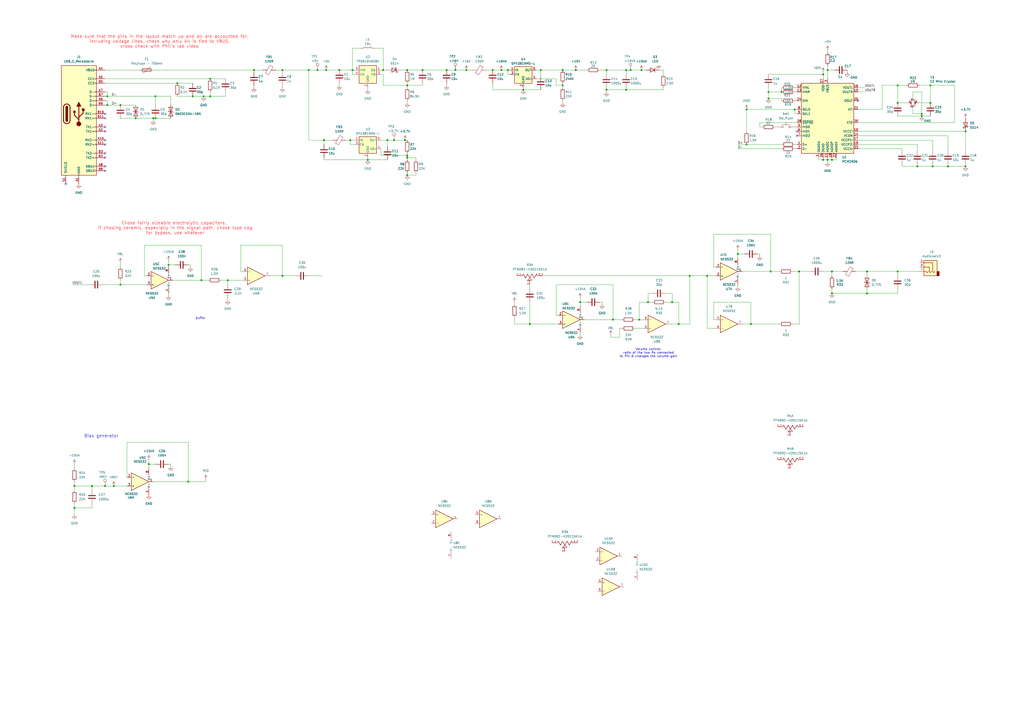
<source format=kicad_sch>
(kicad_sch (version 20250114) (generator "eeschema") (generator_version "9.0")
  (paper "A2")
  (text "Chose fairly sizeable electrolytic capacitors, \nif chosing ceramic, especially in the signal path, chose type cog\nfor bypass, use whatever" (at 101.6 132.334 0) (effects (font (size 1.778 1.778))))
  (text "buffer\n" (at 116.332 184.658 0) (effects (font (size 1.27 1.27))))
  (text "Bias generator \n" (at 59.436 252.984 0) (effects (font (size 1.778 1.778))))
  (text "Volume control, \nratio of the two Rs connected \nto Pin 6 changes the volume gain \n" (at 376.682 204.724 0) (effects (font (size 1.27 1.27))))
  (text "Make sure that the pins in the layout match up and all are accounted for, \nincluding voltage lines, check why only A4 is tied to VBUS, \ncross check with Phil's lab video \n" (at 93.218 24.13 0) (effects (font (size 1.778 1.778))))
  (junction (at 204.47 40.64))
  (junction (at 445.77 57.15))
  (junction (at 236.22 49.53))
  (junction (at 393.7 187.96))
  (junction (at 97.79 153.67))
  (junction (at 245.11 40.64))
  (junction (at 463.55 157.48))
  (junction (at 313.69 40.64))
  (junction (at 355.6 185.42))
  (junction (at 43.18 281.94))
  (junction (at 118.11 55.88))
  (junction (at 541.02 96.52))
  (junction (at 410.21 160.02))
  (junction (at 116.84 162.56))
  (junction (at 375.92 175.26))
  (junction (at 62.23 55.88))
  (junction (at 90.17 68.58))
  (junction (at 224.79 81.28))
  (junction (at 549.91 96.52))
  (junction (at 189.23 40.64))
  (junction (at 184.15 40.64))
  (junction (at 102.87 48.26))
  (junction (at 461.01 63.5))
  (junction (at 477.52 43.18))
  (junction (at 520.7 49.53))
  (junction (at 453.39 53.34))
  (junction (at 236.22 91.44))
  (junction (at 90.17 55.88))
  (junction (at 290.83 40.64))
  (junction (at 336.55 175.26))
  (junction (at 351.79 52.07))
  (junction (at 111.76 55.88))
  (junction (at 560.07 96.52))
  (junction (at 222.25 40.64))
  (junction (at 179.07 40.64))
  (junction (at 520.7 157.48))
  (junction (at 66.04 281.94))
  (junction (at 196.85 40.64))
  (junction (at 445.77 53.34))
  (junction (at 370.84 185.42))
  (junction (at 363.22 40.64))
  (junction (at 270.51 40.64))
  (junction (at 121.92 45.72))
  (junction (at 109.22 279.4))
  (junction (at 520.7 59.69))
  (junction (at 534.67 66.04))
  (junction (at 307.34 187.96))
  (junction (at 228.6 81.28))
  (junction (at 334.01 40.64))
  (junction (at 351.79 40.64))
  (junction (at 53.34 281.94))
  (junction (at 147.32 40.64))
  (junction (at 264.16 40.64))
  (junction (at 163.83 160.02))
  (junction (at 482.6 92.71))
  (junction (at 285.75 40.64))
  (junction (at 534.67 67.31))
  (junction (at 234.95 81.28))
  (junction (at 365.76 40.64))
  (junction (at 502.92 170.18))
  (junction (at 477.52 92.71))
  (junction (at 447.04 157.48))
  (junction (at 326.39 40.64))
  (junction (at 326.39 49.53))
  (junction (at 433.07 63.5))
  (junction (at 187.96 81.28))
  (junction (at 203.2 81.28))
  (junction (at 236.22 101.6))
  (junction (at 372.11 40.64))
  (junction (at 236.22 90.17))
  (junction (at 294.64 40.64))
  (junction (at 132.08 162.56))
  (junction (at 389.89 175.26))
  (junction (at 433.07 83.82))
  (junction (at 163.83 40.64))
  (junction (at 560.07 76.2))
  (junction (at 482.6 170.18))
  (junction (at 480.06 92.71))
  (junction (at 88.9 68.58))
  (junction (at 121.92 55.88))
  (junction (at 400.05 160.02))
  (junction (at 539.75 49.53))
  (junction (at 86.36 269.24))
  (junction (at 363.22 52.07))
  (junction (at 62.23 60.96))
  (junction (at 259.08 40.64))
  (junction (at 69.85 165.1))
  (junction (at 502.92 157.48))
  (junction (at 532.13 96.52))
  (junction (at 480.06 40.64))
  (junction (at 539.75 59.69))
  (junction (at 482.6 157.48))
  (junction (at 43.18 294.64))
  (junction (at 213.36 92.71))
  (junction (at 427.99 147.32))
  (junction (at 78.74 68.58))
  (junction (at 435.61 187.96))
  (junction (at 303.53 52.07))
  (junction (at 69.85 60.96))
  (junction (at 60.96 281.94))
  (junction (at 236.22 40.64))
  (no_connect (at 60.96 66.04))
  (no_connect (at 60.96 96.52))
  (no_connect (at 462.28 76.2))
  (no_connect (at 38.1 106.68))
  (no_connect (at 60.96 99.06))
  (no_connect (at 60.96 76.2))
  (no_connect (at 60.96 73.66))
  (no_connect (at 60.96 88.9))
  (no_connect (at 60.96 68.58))
  (no_connect (at 60.96 81.28))
  (no_connect (at 60.96 83.82))
  (no_connect (at 462.28 78.74))
  (no_connect (at 60.96 91.44))
  (no_connect (at 497.84 58.42))
  (wire (pts (xy 355.6 185.42) (xy 360.68 185.42)))
  (wire (pts (xy 109.22 256.54) (xy 109.22 279.4)))
  (wire (pts (xy 511.81 49.53) (xy 520.7 49.53)))
  (wire (pts (xy 88.9 40.64) (xy 147.32 40.64)))
  (wire (pts (xy 139.7 157.48) (xy 139.7 142.24)))
  (wire (pts (xy 532.13 59.69) (xy 539.75 59.69)))
  (wire (pts (xy 368.3 185.42) (xy 370.84 185.42)))
  (wire (pts (xy 389.89 175.26) (xy 393.7 175.26)))
  (wire (pts (xy 163.83 40.64) (xy 163.83 41.91)))
  (wire (pts (xy 53.34 281.94) (xy 53.34 284.48)))
  (wire (pts (xy 463.55 157.48) (xy 469.9 157.48)))
  (wire (pts (xy 99.06 270.51) (xy 99.06 269.24)))
  (wire (pts (xy 241.3 101.6) (xy 241.3 100.33)))
  (wire (pts (xy 313.69 52.07) (xy 303.53 52.07)))
  (wire (pts (xy 97.79 153.67) (xy 97.79 154.94)))
  (wire (pts (xy 549.91 95.25) (xy 549.91 96.52)))
  (wire (pts (xy 560.07 96.52) (xy 560.07 95.25)))
  (wire (pts (xy 62.23 55.88) (xy 90.17 55.88)))
  (wire (pts (xy 53.34 292.1) (xy 53.34 294.64)))
  (wire (pts (xy 313.69 40.64) (xy 326.39 40.64)))
  (wire (pts (xy 461.01 83.82) (xy 462.28 83.82)))
  (wire (pts (xy 116.84 142.24) (xy 83.82 142.24)))
  (wire (pts (xy 523.24 95.25) (xy 523.24 96.52)))
  (wire (pts (xy 482.6 157.48) (xy 482.6 160.02)))
  (wire (pts (xy 163.83 50.8) (xy 163.83 49.53)))
  (wire (pts (xy 440.69 147.32) (xy 440.69 148.59)))
  (wire (pts (xy 462.28 63.5) (xy 461.01 63.5)))
  (wire (pts (xy 462.28 71.12) (xy 440.69 71.12)))
  (wire (pts (xy 298.45 175.26) (xy 298.45 176.53)))
  (wire (pts (xy 414.02 185.42) (xy 414.02 175.26)))
  (wire (pts (xy 410.21 160.02) (xy 415.29 160.02)))
  (wire (pts (xy 184.15 40.64) (xy 189.23 40.64)))
  (wire (pts (xy 111.76 55.88) (xy 118.11 55.88)))
  (wire (pts (xy 187.96 81.28) (xy 179.07 81.28)))
  (wire (pts (xy 307.34 187.96) (xy 323.85 187.96)))
  (wire (pts (xy 236.22 48.26) (xy 236.22 49.53)))
  (wire (pts (xy 97.79 153.67) (xy 101.6 153.67)))
  (wire (pts (xy 60.96 40.64) (xy 81.28 40.64)))
  (wire (pts (xy 477.52 92.71) (xy 480.06 92.71)))
  (wire (pts (xy 400.05 187.96) (xy 393.7 187.96)))
  (wire (pts (xy 363.22 50.8) (xy 363.22 52.07)))
  (wire (pts (xy 313.69 40.64) (xy 313.69 44.45)))
  (wire (pts (xy 363.22 52.07) (xy 384.81 52.07)))
  (wire (pts (xy 534.67 53.34) (xy 534.67 66.04)))
  (wire (pts (xy 480.06 93.98) (xy 480.06 92.71)))
  (wire (pts (xy 427.99 86.36) (xy 453.39 86.36)))
  (wire (pts (xy 359.41 190.5) (xy 359.41 195.58)))
  (wire (pts (xy 222.25 43.18) (xy 222.25 49.53)))
  (wire (pts (xy 435.61 175.26) (xy 435.61 187.96)))
  (wire (pts (xy 236.22 58.42) (xy 236.22 59.69)))
  (wire (pts (xy 232.41 40.64) (xy 236.22 40.64)))
  (wire (pts (xy 539.75 49.53) (xy 539.75 59.69)))
  (wire (pts (xy 121.92 55.88) (xy 118.11 55.88)))
  (wire (pts (xy 375.92 170.18) (xy 375.92 175.26)))
  (wire (pts (xy 480.06 38.1) (xy 480.06 40.64)))
  (wire (pts (xy 336.55 175.26) (xy 336.55 177.8)))
  (wire (pts (xy 461.01 63.5) (xy 433.07 63.5)))
  (wire (pts (xy 532.13 87.63) (xy 532.13 83.82)))
  (wire (pts (xy 482.6 92.71) (xy 480.06 92.71)))
  (wire (pts (xy 99.06 55.88) (xy 90.17 55.88)))
  (wire (pts (xy 497.84 83.82) (xy 532.13 83.82)))
  (wire (pts (xy 347.98 175.26) (xy 349.25 175.26)))
  (wire (pts (xy 384.81 40.64) (xy 382.27 40.64)))
  (wire (pts (xy 326.39 59.69) (xy 326.39 58.42)))
  (wire (pts (xy 236.22 101.6) (xy 241.3 101.6)))
  (wire (pts (xy 204.47 40.64) (xy 205.74 40.64)))
  (wire (pts (xy 307.34 165.1) (xy 307.34 167.64)))
  (wire (pts (xy 90.17 68.58) (xy 99.06 68.58)))
  (wire (pts (xy 393.7 175.26) (xy 393.7 187.96)))
  (wire (pts (xy 388.62 187.96) (xy 393.7 187.96)))
  (wire (pts (xy 322.58 49.53) (xy 326.39 49.53)))
  (wire (pts (xy 62.23 53.34) (xy 62.23 55.88)))
  (wire (pts (xy 147.32 41.91) (xy 147.32 40.64)))
  (wire (pts (xy 43.18 292.1) (xy 43.18 294.64)))
  (wire (pts (xy 482.6 157.48) (xy 488.95 157.48)))
  (wire (pts (xy 311.15 45.72) (xy 322.58 45.72)))
  (wire (pts (xy 236.22 91.44) (xy 236.22 92.71)))
  (wire (pts (xy 322.58 165.1) (xy 355.6 165.1)))
  (wire (pts (xy 97.79 151.13) (xy 97.79 153.67)))
  (wire (pts (xy 116.84 162.56) (xy 120.65 162.56)))
  (wire (pts (xy 228.6 81.28) (xy 234.95 81.28)))
  (wire (pts (xy 461.01 50.8) (xy 462.28 50.8)))
  (wire (pts (xy 69.85 165.1) (xy 69.85 162.56)))
  (wire (pts (xy 102.87 48.26) (xy 111.76 48.26)))
  (wire (pts (xy 427.99 147.32) (xy 427.99 149.86)))
  (wire (pts (xy 86.36 269.24) (xy 90.17 269.24)))
  (wire (pts (xy 474.98 91.44) (xy 474.98 92.71)))
  (wire (pts (xy 374.65 40.64) (xy 372.11 40.64)))
  (wire (pts (xy 147.32 40.64) (xy 152.4 40.64)))
  (wire (pts (xy 549.91 87.63) (xy 549.91 78.74)))
  (wire (pts (xy 311.15 40.64) (xy 313.69 40.64)))
  (wire (pts (xy 351.79 52.07) (xy 363.22 52.07)))
  (wire (pts (xy 439.42 147.32) (xy 440.69 147.32)))
  (wire (pts (xy 463.55 157.48) (xy 463.55 187.96)))
  (wire (pts (xy 541.02 87.63) (xy 541.02 81.28)))
  (wire (pts (xy 236.22 49.53) (xy 245.11 49.53)))
  (wire (pts (xy 355.6 165.1) (xy 355.6 185.42)))
  (wire (pts (xy 351.79 52.07) (xy 351.79 50.8)))
  (wire (pts (xy 427.99 144.78) (xy 427.99 147.32)))
  (wire (pts (xy 307.34 175.26) (xy 307.34 187.96)))
  (wire (pts (xy 222.25 40.64) (xy 220.98 40.64)))
  (wire (pts (xy 163.83 40.64) (xy 179.07 40.64)))
  (wire (pts (xy 295.91 43.18) (xy 294.64 43.18)))
  (wire (pts (xy 414.02 135.89) (xy 414.02 154.94)))
  (wire (pts (xy 445.77 50.8) (xy 445.77 53.34)))
  (wire (pts (xy 156.21 160.02) (xy 163.83 160.02)))
  (wire (pts (xy 285.75 40.64) (xy 290.83 40.64)))
  (wire (pts (xy 179.07 160.02) (xy 186.69 160.02)))
  (wire (pts (xy 349.25 175.26) (xy 349.25 176.53)))
  (wire (pts (xy 462.28 66.04) (xy 461.01 66.04)))
  (wire (pts (xy 445.77 43.18) (xy 477.52 43.18)))
  (wire (pts (xy 62.23 58.42) (xy 62.23 60.96)))
  (wire (pts (xy 453.39 50.8) (xy 453.39 53.34)))
  (wire (pts (xy 430.53 187.96) (xy 435.61 187.96)))
  (wire (pts (xy 553.72 71.12) (xy 553.72 49.53)))
  (wire (pts (xy 378.46 175.26) (xy 375.92 175.26)))
  (wire (pts (xy 179.07 81.28) (xy 179.07 40.64)))
  (wire (pts (xy 121.92 55.88) (xy 130.81 55.88)))
  (wire (pts (xy 533.4 49.53) (xy 539.75 49.53)))
  (wire (pts (xy 534.67 66.04) (xy 529.59 66.04)))
  (wire (pts (xy 224.79 81.28) (xy 228.6 81.28)))
  (wire (pts (xy 520.7 167.64) (xy 520.7 170.18)))
  (wire (pts (xy 204.47 43.18) (xy 204.47 40.64)))
  (wire (pts (xy 41.91 165.1) (xy 52.07 165.1)))
  (wire (pts (xy 427.99 83.82) (xy 433.07 83.82)))
  (wire (pts (xy 196.85 40.64) (xy 204.47 40.64)))
  (wire (pts (xy 236.22 40.64) (xy 245.11 40.64)))
  (wire (pts (xy 90.17 68.58) (xy 88.9 68.58)))
  (wire (pts (xy 102.87 55.88) (xy 111.76 55.88)))
  (wire (pts (xy 435.61 187.96) (xy 452.12 187.96)))
  (wire (pts (xy 121.92 45.72) (xy 130.81 45.72)))
  (wire (pts (xy 298.45 187.96) (xy 307.34 187.96)))
  (wire (pts (xy 88.9 279.4) (xy 109.22 279.4)))
  (wire (pts (xy 351.79 40.64) (xy 351.79 43.18)))
  (wire (pts (xy 83.82 142.24) (xy 83.82 160.02)))
  (wire (pts (xy 502.92 157.48) (xy 502.92 160.02)))
  (wire (pts (xy 386.08 170.18) (xy 389.89 170.18)))
  (wire (pts (xy 477.52 157.48) (xy 482.6 157.48)))
  (wire (pts (xy 496.57 157.48) (xy 502.92 157.48)))
  (wire (pts (xy 477.52 43.18) (xy 477.52 45.72)))
  (wire (pts (xy 433.07 63.5) (xy 433.07 76.2)))
  (wire (pts (xy 525.78 49.53) (xy 520.7 49.53)))
  (wire (pts (xy 294.64 40.64) (xy 295.91 40.64)))
  (wire (pts (xy 220.98 43.18) (xy 222.25 43.18)))
  (wire (pts (xy 322.58 182.88) (xy 322.58 165.1)))
  (wire (pts (xy 339.09 185.42) (xy 355.6 185.42)))
  (wire (pts (xy 529.59 53.34) (xy 529.59 57.15)))
  (wire (pts (xy 539.75 49.53) (xy 553.72 49.53)))
  (wire (pts (xy 485.14 92.71) (xy 482.6 92.71)))
  (wire (pts (xy 359.41 195.58) (xy 354.33 195.58)))
  (wire (pts (xy 336.55 194.31) (xy 336.55 193.04)))
  (wire (pts (xy 378.46 170.18) (xy 375.92 170.18)))
  (wire (pts (xy 323.85 182.88) (xy 322.58 182.88)))
  (wire (pts (xy 520.7 67.31) (xy 534.67 67.31)))
  (wire (pts (xy 445.77 53.34) (xy 453.39 53.34)))
  (wire (pts (xy 389.89 170.18) (xy 389.89 175.26)))
  (wire (pts (xy 447.04 135.89) (xy 414.02 135.89)))
  (wire (pts (xy 205.74 43.18) (xy 204.47 43.18)))
  (wire (pts (xy 187.96 92.71) (xy 213.36 92.71)))
  (wire (pts (xy 241.3 92.71) (xy 241.3 91.44)))
  (wire (pts (xy 415.29 190.5) (xy 410.21 190.5)))
  (wire (pts (xy 60.96 60.96) (xy 62.23 60.96)))
  (wire (pts (xy 453.39 57.15) (xy 445.77 57.15)))
  (wire (pts (xy 139.7 157.48) (xy 140.97 157.48)))
  (wire (pts (xy 213.36 92.71) (xy 213.36 91.44)))
  (wire (pts (xy 60.96 48.26) (xy 102.87 48.26)))
  (wire (pts (xy 60.96 58.42) (xy 62.23 58.42)))
  (wire (pts (xy 303.53 52.07) (xy 303.53 50.8)))
  (wire (pts (xy 497.84 71.12) (xy 553.72 71.12)))
  (wire (pts (xy 66.04 281.94) (xy 73.66 281.94)))
  (wire (pts (xy 224.79 81.28) (xy 224.79 85.09)))
  (wire (pts (xy 259.08 48.26) (xy 259.08 49.53)))
  (wire (pts (xy 110.49 153.67) (xy 110.49 154.94)))
  (wire (pts (xy 427.99 147.32) (xy 431.8 147.32)))
  (wire (pts (xy 497.84 86.36) (xy 523.24 86.36)))
  (wire (pts (xy 474.98 92.71) (xy 477.52 92.71)))
  (wire (pts (xy 480.06 92.71) (xy 480.06 91.44)))
  (wire (pts (xy 523.24 87.63) (xy 523.24 86.36)))
  (wire (pts (xy 354.33 195.58) (xy 354.33 194.31)))
  (wire (pts (xy 236.22 90.17) (xy 236.22 91.44)))
  (wire (pts (xy 285.75 52.07) (xy 303.53 52.07)))
  (wire (pts (xy 453.39 58.42) (xy 453.39 57.15)))
  (wire (pts (xy 203.2 83.82) (xy 203.2 81.28)))
  (wire (pts (xy 100.33 162.56) (xy 116.84 162.56)))
  (wire (pts (xy 69.85 60.96) (xy 78.74 60.96)))
  (wire (pts (xy 322.58 45.72) (xy 322.58 49.53)))
  (wire (pts (xy 73.66 256.54) (xy 73.66 276.86)))
  (wire (pts (xy 69.85 68.58) (xy 78.74 68.58)))
  (wire (pts (xy 480.06 40.64) (xy 483.87 40.64)))
  (wire (pts (xy 43.18 294.64) (xy 43.18 298.45)))
  (wire (pts (xy 365.76 40.64) (xy 372.11 40.64)))
  (wire (pts (xy 359.41 190.5) (xy 360.68 190.5)))
  (wire (pts (xy 236.22 101.6) (xy 236.22 100.33)))
  (wire (pts (xy 520.7 49.53) (xy 520.7 59.69)))
  (wire (pts (xy 520.7 157.48) (xy 533.4 157.48)))
  (wire (pts (xy 351.79 53.34) (xy 351.79 52.07)))
  (wire (pts (xy 109.22 153.67) (xy 110.49 153.67)))
  (wire (pts (xy 86.36 269.24) (xy 86.36 271.78)))
  (wire (pts (xy 368.3 190.5) (xy 373.38 190.5)))
  (wire (pts (xy 109.22 256.54) (xy 73.66 256.54)))
  (wire (pts (xy 440.69 73.66) (xy 441.96 73.66)))
  (wire (pts (xy 97.79 171.45) (xy 97.79 170.18)))
  (wire (pts (xy 430.53 157.48) (xy 447.04 157.48)))
  (wire (pts (xy 69.85 165.1) (xy 85.09 165.1)))
  (wire (pts (xy 400.05 160.02) (xy 410.21 160.02)))
  (wire (pts (xy 363.22 40.64) (xy 365.76 40.64)))
  (wire (pts (xy 461.01 58.42) (xy 462.28 58.42)))
  (wire (pts (xy 60.96 45.72) (xy 121.92 45.72)))
  (wire (pts (xy 447.04 157.48) (xy 447.04 135.89)))
  (wire (pts (xy 541.02 96.52) (xy 549.91 96.52)))
  (wire (pts (xy 132.08 162.56) (xy 140.97 162.56)))
  (wire (pts (xy 482.6 91.44) (xy 482.6 92.71)))
  (wire (pts (xy 363.22 40.64) (xy 363.22 43.18)))
  (wire (pts (xy 90.17 55.88) (xy 90.17 60.96)))
  (wire (pts (xy 220.98 90.17) (xy 236.22 90.17)))
  (wire (pts (xy 427.99 166.37) (xy 427.99 165.1)))
  (wire (pts (xy 59.69 165.1) (xy 69.85 165.1)))
  (wire (pts (xy 336.55 175.26) (xy 340.36 175.26)))
  (wire (pts (xy 497.84 81.28) (xy 541.02 81.28)))
  (wire (pts (xy 477.52 91.44) (xy 477.52 92.71)))
  (wire (pts (xy 520.7 59.69) (xy 527.05 59.69)))
  (wire (pts (xy 109.22 279.4) (xy 119.38 279.4)))
  (wire (pts (xy 88.9 68.58) (xy 88.9 69.85)))
  (wire (pts (xy 234.95 81.28) (xy 236.22 81.28)))
  (wire (pts (xy 128.27 162.56) (xy 132.08 162.56)))
  (wire (pts (xy 53.34 294.64) (xy 43.18 294.64)))
  (wire (pts (xy 187.96 92.71) (xy 187.96 91.44)))
  (wire (pts (xy 497.84 53.34) (xy 501.65 53.34)))
  (wire (pts (xy 205.74 83.82) (xy 203.2 83.82)))
  (wire (pts (xy 53.34 281.94) (xy 60.96 281.94)))
  (wire (pts (xy 132.08 172.72) (xy 132.08 173.99)))
  (wire (pts (xy 370.84 175.26) (xy 370.84 185.42)))
  (wire (pts (xy 132.08 162.56) (xy 132.08 165.1)))
  (wire (pts (xy 121.92 55.88) (xy 121.92 53.34)))
  (wire (pts (xy 447.04 157.48) (xy 452.12 157.48)))
  (wire (pts (xy 241.3 91.44) (xy 236.22 91.44)))
  (wire (pts (xy 461.01 53.34) (xy 462.28 53.34)))
  (wire (pts (xy 482.6 170.18) (xy 482.6 167.64)))
  (wire (pts (xy 213.36 52.07) (xy 213.36 50.8)))
  (wire (pts (xy 370.84 185.42) (xy 373.38 185.42)))
  (wire (pts (xy 351.79 40.64) (xy 363.22 40.64)))
  (wire (pts (xy 336.55 172.72) (xy 336.55 175.26)))
  (wire (pts (xy 414.02 154.94) (xy 415.29 154.94)))
  (wire (pts (xy 99.06 60.96) (xy 99.06 55.88)))
  (wire (pts (xy 193.04 81.28) (xy 187.96 81.28)))
  (wire (pts (xy 60.96 53.34) (xy 62.23 53.34)))
  (wire (pts (xy 179.07 40.64) (xy 184.15 40.64)))
  (wire (pts (xy 86.36 266.7) (xy 86.36 269.24)))
  (wire (pts (xy 43.18 281.94) (xy 43.18 284.48)))
  (wire (pts (xy 497.84 76.2) (xy 560.07 76.2)))
  (wire (pts (xy 213.36 92.71) (xy 224.79 92.71)))
  (wire (pts (xy 433.07 83.82) (xy 453.39 83.82)))
  (wire (pts (xy 485.14 91.44) (xy 485.14 92.71)))
  (wire (pts (xy 264.16 40.64) (xy 270.51 40.64)))
  (wire (pts (xy 236.22 49.53) (xy 236.22 50.8)))
  (wire (pts (xy 400.05 160.02) (xy 400.05 187.96)))
  (wire (pts (xy 78.74 68.58) (xy 88.9 68.58)))
  (wire (pts (xy 384.81 50.8) (xy 384.81 52.07)))
  (wire (pts (xy 119.38 279.4) (xy 119.38 278.13)))
  (wire (pts (xy 270.51 40.64) (xy 274.32 40.64)))
  (wire (pts (xy 375.92 175.26) (xy 370.84 175.26)))
  (wire (pts (xy 549.91 96.52) (xy 560.07 96.52)))
  (wire (pts (xy 534.67 67.31) (xy 534.67 66.04)))
  (wire (pts (xy 497.84 50.8) (xy 501.65 50.8)))
  (wire (pts (xy 196.85 49.53) (xy 196.85 48.26)))
  (wire (pts (xy 99.06 269.24) (xy 97.79 269.24)))
  (wire (pts (xy 69.85 152.4) (xy 69.85 154.94)))
  (wire (pts (xy 502.92 157.48) (xy 520.7 157.48)))
  (wire (pts (xy 326.39 40.64) (xy 334.01 40.64)))
  (wire (pts (xy 130.81 55.88) (xy 130.81 53.34)))
  (wire (pts (xy 285.75 48.26) (xy 285.75 52.07)))
  (wire (pts (xy 334.01 40.64) (xy 340.36 40.64)))
  (wire (pts (xy 347.98 40.64) (xy 351.79 40.64)))
  (wire (pts (xy 415.29 185.42) (xy 414.02 185.42)))
  (wire (pts (xy 520.7 157.48) (xy 520.7 160.02)))
  (wire (pts (xy 449.58 73.66) (xy 450.85 73.66)))
  (wire (pts (xy 62.23 60.96) (xy 69.85 60.96)))
  (wire (pts (xy 163.83 142.24) (xy 163.83 160.02)))
  (wire (pts (xy 534.67 67.31) (xy 539.75 67.31)))
  (wire (pts (xy 290.83 40.64) (xy 294.64 40.64)))
  (wire (pts (xy 43.18 281.94) (xy 53.34 281.94)))
  (wire (pts (xy 410.21 160.02) (xy 410.21 190.5)))
  (wire (pts (xy 60.96 281.94) (xy 66.04 281.94)))
  (wire (pts (xy 326.39 49.53) (xy 326.39 50.8)))
  (wire (pts (xy 236.22 88.9) (xy 236.22 90.17)))
  (wire (pts (xy 491.49 41.91) (xy 491.49 40.64)))
  (wire (pts (xy 203.2 81.28) (xy 205.74 81.28)))
  (wire (pts (xy 298.45 184.15) (xy 298.45 187.96)))
  (wire (pts (xy 414.02 175.26) (xy 435.61 175.26)))
  (wire (pts (xy 187.96 81.28) (xy 187.96 83.82)))
  (wire (pts (xy 326.39 48.26) (xy 326.39 49.53)))
  (wire (pts (xy 294.64 43.18) (xy 294.64 40.64)))
  (wire (pts (xy 461.01 66.04) (xy 461.01 63.5)))
  (wire (pts (xy 523.24 96.52) (xy 532.13 96.52)))
  (wire (pts (xy 511.81 63.5) (xy 497.84 63.5)))
  (wire (pts (xy 477.52 41.91) (xy 477.52 43.18)))
  (wire (pts (xy 560.07 76.2) (xy 560.07 87.63)))
  (wire (pts (xy 200.66 81.28) (xy 203.2 81.28)))
  (wire (pts (xy 461.01 86.36) (xy 462.28 86.36)))
  (wire (pts (xy 163.83 160.02) (xy 171.45 160.02)))
  (wire (pts (xy 220.98 81.28) (xy 224.79 81.28)))
  (wire (pts (xy 43.18 269.24) (xy 43.18 271.78)))
  (wire (pts (xy 160.02 40.64) (xy 163.83 40.64)))
  (wire (pts (xy 189.23 40.64) (xy 196.85 40.64)))
  (wire (pts (xy 139.7 142.24) (xy 163.83 142.24)))
  (wire (pts (xy 459.74 157.48) (xy 463.55 157.48)))
  (wire (pts (xy 60.96 55.88) (xy 62.23 55.88)))
  (wire (pts (xy 384.81 43.18) (xy 384.81 40.64)))
  (wire (pts (xy 147.32 50.8) (xy 147.32 49.53)))
  (wire (pts (xy 222.25 40.64) (xy 224.79 40.64)))
  (wire (pts (xy 281.94 40.64) (xy 285.75 40.64)))
  (wire (pts (xy 259.08 40.64) (xy 264.16 40.64)))
  (wire (pts (xy 541.02 95.25) (xy 541.02 96.52)))
  (wire (pts (xy 461.01 73.66) (xy 462.28 73.66)))
  (wire (pts (xy 314.96 160.02) (xy 400.05 160.02)))
  (wire (pts (xy 245.11 48.26) (xy 245.11 49.53)))
  (wire (pts (xy 209.55 27.94) (xy 204.47 27.94)))
  (wire (pts (xy 204.47 27.94) (xy 204.47 40.64)))
  (wire (pts (xy 222.25 27.94) (xy 222.25 40.64)))
  (wire (pts (xy 220.98 86.36) (xy 220.98 90.17)))
  (wire (pts (xy 532.13 96.52) (xy 541.02 96.52)))
  (wire (pts (xy 482.6 170.18) (xy 502.92 170.18)))
  (wire (pts (xy 459.74 187.96) (xy 463.55 187.96)))
  (wire (pts (xy 529.59 53.34) (xy 534.67 53.34)))
  (wire (pts (xy 511.81 49.53) (xy 511.81 63.5)))
  (wire (pts (xy 217.17 27.94) (xy 222.25 27.94)))
  (wire (pts (xy 529.59 62.23) (xy 529.59 66.04)))
  (wire (pts (xy 43.18 279.4) (xy 43.18 281.94)))
  (wire (pts (xy 222.25 49.53) (xy 236.22 49.53)))
  (wire (pts (xy 440.69 71.12) (xy 440.69 73.66)))
  (wire (pts (xy 386.08 175.26) (xy 389.89 175.26)))
  (wire (pts (xy 502.92 167.64) (xy 502.92 170.18)))
  (wire (pts (xy 83.82 160.02) (xy 85.09 160.02)))
  (wire (pts (xy 480.06 30.48) (xy 480.06 29.21)))
  (wire (pts (xy 445.77 53.34) (xy 445.77 57.15)))
  (wire (pts (xy 116.84 162.56) (xy 116.84 142.24)))
  (wire (pts (xy 245.11 40.64) (xy 259.08 40.64)))
  (wire (pts (xy 480.06 40.64) (xy 480.06 45.72)))
  (wire (pts (xy 497.84 78.74) (xy 549.91 78.74)))
  (wire (pts (xy 520.7 170.18) (xy 502.92 170.18)))
  (wire (pts (xy 532.13 95.25) (xy 532.13 96.52)))
  (label "D+" (at 427.99 83.82 0))
  (label "D-" (at 427.99 86.36 0))
  (label "D-" (at 64.77 55.88 0))
  (label "VOUTL" (at 501.65 50.8 0))
  (label "VOUTL" (at 41.91 165.1 0))
  (label "VOUTR" (at 501.65 53.34 0))
  (label "D+" (at 64.77 60.96 0))
  (symbol (lib_id "power:+3.3V") (at 270.51 40.64 0) (unit 1)
    (property "Reference" "#PWR014" (effects (hide yes)))
    (property "Value" "+16V" (at 270.51 35.56 0))
    (property "Description" "Power symbol creates a global label with name \"+3.3V\"" (effects (hide yes)))
  )
  (symbol (lib_id "power:GND") (at 45.72 106.68 0) (unit 1)
    (property "Reference" "#PWR06" (effects (hide yes)))
    (property "Value" "GND" (at 45.72 111.76 0))
    (property "Description" "Power symbol creates a global label with name \"GND\" , ground" (effects (hide yes)))
  )
  (symbol (lib_id "Amplifier_Operational:NE5532") (at 354.33 340.36 0) (unit 2)
    (property "Reference" "U10" (at 354.33 330.2 0))
    (property "Value" "NE5532" (at 354.33 332.74 0))
    (property "Datasheet" "http://www.ti.com/lit/ds/symlink/ne5532.pdf" (effects (hide yes)))
    (property "Description" "Dual Low-Noise Operational Amplifiers, DIP-8/SOIC-8" (effects (hide yes)))
  )
  (symbol (lib_id "power:GND") (at 491.49 41.91 0) (unit 1)
    (property "Reference" "#PWR026" (effects (hide yes)))
    (property "Value" "GND" (at 495.3 44.958 0))
    (property "Description" "Power symbol creates a global label with name \"GND\" , ground" (effects (hide yes)))
  )
  (symbol (lib_id "power:+3.3V") (at 119.38 278.13 0) (unit 1)
    (property "Reference" "#PWR034" (effects (hide yes)))
    (property "Value" "MID" (at 119.38 273.05 0))
    (property "Description" "Power symbol creates a global label with name \"+3.3V\"" (effects (hide yes)))
  )
  (symbol (lib_id "power:+3.3V") (at 290.83 40.64 0) (unit 1)
    (property "Reference" "#PWR021" (effects (hide yes)))
    (property "Value" "+16VA" (at 290.83 35.56 0))
    (property "Description" "Power symbol creates a global label with name \"+3.3V\"" (effects (hide yes)))
  )
  (symbol (lib_id "power:GND") (at 118.11 55.88 0) (unit 1)
    (property "Reference" "#PWR01" (effects (hide yes)))
    (property "Value" "GND" (at 118.11 60.96 0))
    (property "Description" "Power symbol creates a global label with name \"GND\" , ground" (effects (hide yes)))
  )
  (symbol (lib_id "Device:C") (at 473.71 157.48 90) (unit 1)
    (property "Reference" "C35" (at 473.71 149.86 90))
    (property "Value" "1000u" (at 473.71 152.4 90))
    (property "Description" "Unpolarized capacitor" (effects (hide yes)))
  )
  (symbol (lib_id "Device:C") (at 445.77 46.99 0) (unit 1)
    (property "Reference" "C16" (at 448.31 45.72 0) (effects (justify left)))
    (property "Value" "1u" (at 448.31 48.26 0) (effects (justify left)))
    (property "Description" "Unpolarized capacitor" (effects (hide yes)))
  )
  (symbol (lib_id "Device:FerriteBead") (at 278.13 40.64 90) (unit 1)
    (property "Reference" "FB2" (at 278.0792 33.02 90))
    (property "Value" "120R" (at 278.0792 35.56 90))
    (property "Description" "Ferrite bead" (effects (hide yes)))
  )
  (symbol (lib_id "Amplifier_Operational:NE5532") (at 353.06 322.58 0) (unit 1)
    (property "Reference" "U10" (at 353.06 312.42 0))
    (property "Value" "NE5532" (at 353.06 314.96 0))
    (property "Datasheet" "http://www.ti.com/lit/ds/symlink/ne5532.pdf" (effects (hide yes)))
    (property "Description" "Dual Low-Noise Operational Amplifiers, DIP-8/SOIC-8" (effects (hide yes)))
  )
  (symbol (lib_id "Amplifier_Operational:NE5532") (at 339.09 185.42 0) (unit 3)
    (property "Reference" "U9" (at 326.136 176.276 0) (effects (justify left)))
    (property "Value" "NE5532" (at 326.136 178.816 0) (effects (justify left)))
    (property "Datasheet" "http://www.ti.com/lit/ds/symlink/ne5532.pdf" (effects (hide yes)))
    (property "Description" "Dual Low-Noise Operational Amplifiers, DIP-8/SOIC-8" (effects (hide yes)))
  )
  (symbol (lib_id "Device:C") (at 105.41 153.67 90) (unit 1)
    (property "Reference" "C28" (at 105.41 146.05 90))
    (property "Value" "100n" (at 105.41 148.59 90))
    (property "Description" "Unpolarized capacitor" (effects (hide yes)))
  )
  (symbol (lib_id "Device:R") (at 433.07 80.01 0) (unit 1)
    (property "Reference" "R16" (at 434.594 78.74 0) (effects (justify left)))
    (property "Value" "1.5K" (at 434.594 81.28 0) (effects (justify left)))
    (property "Description" "Resistor" (effects (hide yes)))
  )
  (symbol (lib_id "power:GND") (at 349.25 176.53 0) (unit 1)
    (property "Reference" "#PWR045" (effects (hide yes)))
    (property "Value" "GND" (at 349.25 181.61 0))
    (property "Description" "Power symbol creates a global label with name \"GND\" , ground" (effects (hide yes)))
  )
  (symbol (lib_id "Device:R") (at 364.49 190.5 270) (mirror x) (unit 1)
    (property "Reference" "R29" (at 364.49 196.85 90))
    (property "Value" "22K" (at 364.49 194.31 90))
    (property "Description" "Resistor" (effects (hide yes)))
  )
  (symbol (lib_id "power:GND") (at 482.6 170.18 0) (unit 1)
    (property "Reference" "#PWR051" (effects (hide yes)))
    (property "Value" "GND" (at 482.6 175.26 0))
    (property "Description" "Power symbol creates a global label with name \"GND\" , ground" (effects (hide yes)))
  )
  (symbol (lib_id "power:+3.3V") (at 354.33 194.31 0) (unit 1)
    (property "Reference" "#PWR047" (effects (hide yes)))
    (property "Value" "VBL" (at 354.33 190.246 0))
    (property "Description" "Power symbol creates a global label with name \"+3.3V\"" (effects (hide yes)))
  )
  (symbol (lib_id "Connector:USB_C_Receptacle") (at 45.72 66.04 0) (unit 1)
    (property "Reference" "J1" (at 45.72 33.02 0))
    (property "Value" "USB_C_Receptacle" (at 45.72 35.56 0))
    (property "Datasheet" "https://www.usb.org/sites/default/files/documents/usb_type-c.zip" (effects (hide yes)))
    (property "Description" "USB Full-Featured Type-C Receptacle connector" (effects (hide yes)))
  )
  (symbol (lib_id "Device:D_TVS") (at 99.06 64.77 90) (unit 1)
    (property "Reference" "D2" (at 101.6 63.4999 90) (effects (justify right)))
    (property "Value" "0603ESDA-18N" (at 101.6 66.0399 90) (effects (justify right)))
    (property "Description" "Bidirectional transient-voltage-suppression diode" (effects (hide yes)))
  )
  (symbol (lib_id "Amplifier_Operational:NE5532") (at 148.59 160.02 0) (mirror x) (unit 2)
    (property "Reference" "U5" (at 148.59 170.18 0))
    (property "Value" "NE5532" (at 148.59 167.64 0))
    (property "Datasheet" "http://www.ti.com/lit/ds/symlink/ne5532.pdf" (effects (hide yes)))
    (property "Description" "Dual Low-Noise Operational Amplifiers, DIP-8/SOIC-8" (effects (hide yes)))
  )
  (symbol (lib_id "power:GND") (at 534.67 67.31 0) (unit 1)
    (property "Reference" "#PWR029" (effects (hide yes)))
    (property "Value" "GND" (at 537.972 70.104 0))
    (property "Description" "Power symbol creates a global label with name \"GND\" , ground" (effects (hide yes)))
  )
  (symbol (lib_id "Amplifier_Operational:NE5532") (at 381 187.96 0) (mirror x) (unit 2)
    (property "Reference" "U9" (at 381 198.12 0))
    (property "Value" "NE5532" (at 381 195.58 0))
    (property "Datasheet" "http://www.ti.com/lit/ds/symlink/ne5532.pdf" (effects (hide yes)))
    (property "Description" "Dual Low-Noise Operational Amplifiers, DIP-8/SOIC-8" (effects (hide yes)))
  )
  (symbol (lib_id "power:GND") (at 213.36 52.07 0) (unit 1)
    (property "Reference" "#PWR08" (effects (hide yes)))
    (property "Value" "GND" (at 213.36 57.15 0))
    (property "Description" "Power symbol creates a global label with name \"GND\" , ground" (effects (hide yes)))
  )
  (symbol (lib_id "Device:C") (at 520.7 163.83 180) (unit 1)
    (property "Reference" "C36" (at 524.51 162.5599 0) (effects (justify right)))
    (property "Value" "30p" (at 524.51 165.0999 0) (effects (justify right)))
    (property "Description" "Unpolarized capacitor" (effects (hide yes)))
  )
  (symbol (lib_id "Device:R") (at 69.85 158.75 0) (unit 1)
    (property "Reference" "R23" (at 72.39 157.4799 0) (effects (justify left)))
    (property "Value" "22K" (at 72.39 160.0199 0) (effects (justify left)))
    (property "Description" "Resistor" (effects (hide yes)))
  )
  (symbol (lib_id "Regulator_Linear:SPX3819M5-L") (at 213.36 83.82 0) (unit 1)
    (property "Reference" "U3" (at 213.36 74.93 0))
    (property "Value" "SPX3819M5-L" (at 213.36 77.47 0))
    (property "Footprint" "Package_TO_SOT_SMD:SOT-23-5" (effects (hide yes)))
    (property "Datasheet" "https://www.exar.com/content/document.ashx?id=22106&languageid=1033&type=Datasheet&partnumber=SPX3819&filename=SPX3819.pdf&part=SPX3819" (effects (hide yes)))
    (property "Description" "500mA Low drop-out regulator, Adjustable, SOT-23-5" (effects (hide yes)))
  )
  (symbol (lib_id "PTN092-H20115K1A:PTN092-H20115K1A") (at 458.47 247.65 0) (unit 1)
    (property "Reference" "R4" (at 458.47 241.3 0))
    (property "Value" "PTN092-H20115K1A" (at 458.47 243.84 0))
    (property "Footprint" "PTN092-H20115K1A:TRIM_PTN092-H20115K1A" (effects (hide yes)))
    (property "DigiKey_Part_Number" "2223-PTN092-H20115K1A-ND" (effects (hide yes)))
    (property "SnapEDA_Link" "https://www.snapeda.com/parts/PTN092-H20115K1A/Same+Sky/view-part/?ref=snap" (effects (hide yes)))
    (property "MAXIMUM_PACKAGE_HEIGHT" "11.3mm" (effects (hide yes)))
    (property "Package" "Package" (effects (hide yes)))
    (property "Check_prices" "https://www.snapeda.com/parts/PTN092-H20115K1A/Same+Sky/view-part/?ref=eda" (effects (hide yes)))
    (property "STANDARD" "Manufacturer Recommendations" (effects (hide yes)))
    (property "PARTREV" "1.01" (effects (hide yes)))
    (property "MF" "Same Sky" (effects (hide yes)))
    (property "MP" "PTN092-H20115K1A" (effects (hide yes)))
    (property "Description_1" "20k Ohm 2 Gang Logarithmic Panel Mount Potentiometer 1.0 Turns Carbon 0.05W, 1/20W PC Pins, Board Locks" (effects (hide yes)))
    (property "MANUFACTURER" "Same Sky" (effects (hide yes)))
  )
  (symbol (lib_id "power:GND") (at 163.83 50.8 0) (unit 1)
    (property "Reference" "#PWR05" (effects (hide yes)))
    (property "Value" "GND" (at 163.83 55.88 0))
    (property "Description" "Power symbol creates a global label with name \"GND\" , ground" (effects (hide yes)))
  )
  (symbol (lib_id "Device:C") (at 344.17 175.26 90) (unit 1)
    (property "Reference" "C32" (at 344.17 167.64 90))
    (property "Value" "100n" (at 344.17 170.18 90))
    (property "Description" "Unpolarized capacitor" (effects (hide yes)))
  )
  (symbol (lib_id "Regulator_Linear:SPX3819M5-L") (at 303.53 43.18 0) (unit 1)
    (property "Reference" "U4" (at 303.53 34.29 0))
    (property "Value" "SPX3819M5-L" (at 303.53 36.83 0))
    (property "Footprint" "Package_TO_SOT_SMD:SOT-23-5" (effects (hide yes)))
    (property "Datasheet" "https://www.exar.com/content/document.ashx?id=22106&languageid=1033&type=Datasheet&partnumber=SPX3819&filename=SPX3819.pdf&part=SPX3819" (effects (hide yes)))
    (property "Description" "500mA Low drop-out regulator, Adjustable, SOT-23-5" (effects (hide yes)))
  )
  (symbol (lib_id "Device:R") (at 455.93 157.48 270) (mirror x) (unit 1)
    (property "Reference" "R31" (at 455.93 163.83 90))
    (property "Value" "1" (at 455.93 161.29 90))
    (property "Description" "Resistor" (effects (hide yes)))
  )
  (symbol (lib_id "Device:FerriteBead") (at 196.85 81.28 90) (unit 1)
    (property "Reference" "FB3" (at 196.7992 73.66 90))
    (property "Value" "120R" (at 196.7992 76.2 90))
    (property "Description" "Ferrite bead" (effects (hide yes)))
  )
  (symbol (lib_id "Device:R") (at 364.49 185.42 270) (unit 1)
    (property "Reference" "R28" (at 364.49 179.07 90))
    (property "Value" "1.5K" (at 364.49 181.61 90))
    (property "Description" "Resistor" (effects (hide yes)))
  )
  (symbol (lib_id "power:GND") (at 336.55 194.31 0) (unit 1)
    (property "Reference" "#PWR046" (effects (hide yes)))
    (property "Value" "GND" (at 336.55 199.39 0))
    (property "Description" "Power symbol creates a global label with name \"GND\" , ground" (effects (hide yes)))
  )
  (symbol (lib_id "Device:FerriteBead") (at 492.76 157.48 90) (unit 1)
    (property "Reference" "FB4" (at 492.7092 149.86 90))
    (property "Value" "120R" (at 492.7092 152.4 90))
    (property "Description" "Ferrite bead" (effects (hide yes)))
  )
  (symbol (lib_id "power:GND") (at 132.08 173.99 0) (unit 1)
    (property "Reference" "#PWR042" (effects (hide yes)))
    (property "Value" "GND" (at 132.08 179.07 0))
    (property "Description" "Power symbol creates a global label with name \"GND\" , ground" (effects (hide yes)))
  )
  (symbol (lib_id "Device:C") (at 196.85 44.45 0) (unit 1)
    (property "Reference" "C1" (at 199.39 43.18 0) (effects (justify left)))
    (property "Value" "10u" (at 199.39 45.72 0) (effects (justify left)))
    (property "Description" "Unpolarized capacitor" (effects (hide yes)))
  )
  (symbol (lib_id "Connector:TestPoint") (at 228.6 81.28 0) (unit 1)
    (property "Reference" "TP3" (at 225.044 73.406 0) (effects (justify left)))
    (property "Value" "+3.7V" (at 225.044 75.946 0) (effects (justify left)))
    (property "Description" "test point" (effects (hide yes)))
  )
  (symbol (lib_id "Device:R") (at 457.2 50.8 90) (unit 1)
    (property "Reference" "R20" (at 458.724 48.768 90) (effects (justify left)))
    (property "Value" "1.5k" (at 459.486 50.8 90) (effects (justify left)))
    (property "Description" "Resistor" (effects (hide yes)))
  )
  (symbol (lib_id "Device:D_TVS") (at 78.74 64.77 90) (unit 1)
    (property "Reference" "D1" (at 81.28 63.4999 90) (effects (justify right)))
    (property "Value" "D_TVS" (at 81.28 66.0399 90) (effects (justify right)))
    (property "Description" "Bidirectional transient-voltage-suppression diode" (effects (hide yes)))
  )
  (symbol (lib_id "Amplifier_Operational:NE5532") (at 88.9 279.4 0) (unit 3)
    (property "Reference" "U6" (at 80.772 265.43 0) (effects (justify left)))
    (property "Value" "NE5532" (at 77.47 267.716 0) (effects (justify left)))
    (property "Datasheet" "http://www.ti.com/lit/ds/symlink/ne5532.pdf" (effects (hide yes)))
    (property "Description" "Dual Low-Noise Operational Amplifiers, DIP-8/SOIC-8" (effects (hide yes)))
  )
  (symbol (lib_id "Amplifier_Operational:NE5532") (at 422.91 157.48 0) (mirror x) (unit 1)
    (property "Reference" "U7" (at 422.91 167.64 0))
    (property "Value" "NE5532" (at 422.91 165.1 0))
    (property "Datasheet" "http://www.ti.com/lit/ds/symlink/ne5532.pdf" (effects (hide yes)))
    (property "Description" "Dual Low-Noise Operational Amplifiers, DIP-8/SOIC-8" (effects (hide yes)))
  )
  (symbol (lib_id "power:GND") (at 427.99 166.37 0) (unit 1)
    (property "Reference" "#PWR050" (effects (hide yes)))
    (property "Value" "GND" (at 427.99 171.45 0))
    (property "Description" "Power symbol creates a global label with name \"GND\" , ground" (effects (hide yes)))
  )
  (symbol (lib_id "Device:R") (at 457.2 58.42 90) (unit 1)
    (property "Reference" "R19" (at 458.978 60.706 90) (effects (justify left)))
    (property "Value" "10K" (at 458.978 58.42 90) (effects (justify left)))
    (property "Description" "Resistor" (effects (hide yes)))
  )
  (symbol (lib_id "power:+3.3V") (at 560.07 68.58 0) (unit 1)
    (property "Reference" "#PWR027" (effects (hide yes)))
    (property "Value" "+3.7V" (at 560.07 63.5 0))
    (property "Description" "Power symbol creates a global label with name \"+3.3V\"" (effects (hide yes)))
  )
  (symbol (lib_id "Device:C") (at 560.07 91.44 0) (unit 1)
    (property "Reference" "C18" (at 562.61 90.17 0) (effects (justify left)))
    (property "Value" "1u" (at 562.61 92.71 0) (effects (justify left)))
    (property "Description" "Unpolarized capacitor" (effects (hide yes)))
  )
  (symbol (lib_id "Device:R") (at 43.18 288.29 0) (unit 1)
    (property "Reference" "R25" (at 45.72 287.0199 0) (effects (justify left)))
    (property "Value" "22K" (at 45.72 289.5599 0) (effects (justify left)))
    (property "Description" "Resistor" (effects (hide yes)))
  )
  (symbol (lib_id "Device:C") (at 307.34 171.45 180) (unit 1)
    (property "Reference" "C31" (at 311.15 170.1799 0) (effects (justify right)))
    (property "Value" "100u" (at 311.15 172.7199 0) (effects (justify right)))
    (property "Description" "Unpolarized capacitor" (effects (hide yes)))
  )
  (symbol (lib_id "Device:C") (at 187.96 87.63 0) (unit 1)
    (property "Reference" "C10" (at 190.5 86.36 0) (effects (justify left)))
    (property "Value" "10u" (at 190.5 88.9 0) (effects (justify left)))
    (property "Description" "Unpolarized capacitor" (effects (hide yes)))
  )
  (symbol (lib_id "Device:R") (at 102.87 52.07 0) (unit 1)
    (property "Reference" "R2" (at 104.394 50.8 0) (effects (justify left)))
    (property "Value" "5.1K" (at 104.394 53.34 0) (effects (justify left)))
    (property "Description" "Resistor" (effects (hide yes)))
  )
  (symbol (lib_id "power:+3.3V") (at 189.23 40.64 0) (unit 1)
    (property "Reference" "#PWR013" (effects (hide yes)))
    (property "Value" "+5V" (at 189.23 35.56 0))
    (property "Description" "Power symbol creates a global label with name \"+3.3V\"" (effects (hide yes)))
  )
  (symbol (lib_id "Connector:TestPoint") (at 60.96 281.94 0) (unit 1)
    (property "Reference" "TP5" (at 57.404 274.066 0) (effects (justify left)))
    (property "Value" "VREF" (at 57.404 276.606 0) (effects (justify left)))
    (property "Description" "test point" (effects (hide yes)))
  )
  (symbol (lib_id "Amplifier_Operational:NE5532") (at 422.91 187.96 0) (unit 2)
    (property "Reference" "U7" (at 422.91 177.8 0))
    (property "Value" "NE5532" (at 422.91 180.34 0))
    (property "Datasheet" "http://www.ti.com/lit/ds/symlink/ne5532.pdf" (effects (hide yes)))
    (property "Description" "Dual Low-Noise Operational Amplifiers, DIP-8/SOIC-8" (effects (hide yes)))
  )
  (symbol (lib_id "Audio:PCM2902") (at 480.06 68.58 0) (unit 1)
    (property "Reference" "U1" (at 488.442 91.186 0) (effects (justify left)))
    (property "Value" "PCM2906" (at 488.442 93.726 0) (effects (justify left)))
    (property "Footprint" "Package_SO:SSOP-28_5.3x10.2mm_P0.65mm" (effects (hide yes)))
    (property "Datasheet" "http://www.ti.com/lit/ds/symlink/pcm2902c.pdf" (effects (hide yes)))
    (property "Description" "Stereo Audio Codec with USB interface, Analog Input/Output, and S/PDIF, SSOP-28" (effects (hide yes)))
  )
  (symbol (lib_id "Device:R") (at 382.27 175.26 270) (mirror x) (unit 1)
    (property "Reference" "R30" (at 382.27 181.61 90))
    (property "Value" "5.1K" (at 382.27 179.07 90))
    (property "Description" "Resistor" (effects (hide yes)))
  )
  (symbol (lib_id "Device:R") (at 236.22 44.45 0) (unit 1)
    (property "Reference" "R5" (at 237.744 43.18 0) (effects (justify left)))
    (property "Value" "1M" (at 237.744 45.72 0) (effects (justify left)))
    (property "Description" "Resistor" (effects (hide yes)))
  )
  (symbol (lib_id "Device:LED") (at 378.46 40.64 180) (unit 1)
    (property "Reference" "D3" (at 380.0475 33.02 0))
    (property "Value" "LED" (at 380.0475 35.56 0))
    (property "Description" "Light emitting diode" (effects (hide yes)))
    (property "Sim.Pins" "1=K 2=A" (effects (hide yes)))
  )
  (symbol (lib_id "Device:L") (at 213.36 27.94 90) (unit 1)
    (property "Reference" "L1" (at 213.36 22.86 90))
    (property "Value" "10u" (at 213.36 25.4 90))
    (property "Description" "Inductor" (effects (hide yes)))
  )
  (symbol (lib_id "power:+3.3V") (at 69.85 152.4 0) (unit 1)
    (property "Reference" "#PWR038" (effects (hide yes)))
    (property "Value" "VBL" (at 69.85 147.32 0))
    (property "Description" "Power symbol creates a global label with name \"+3.3V\"" (effects (hide yes)))
  )
  (symbol (lib_id "Amplifier_Operational:NE5532") (at 100.33 162.56 0) (unit 3)
    (property "Reference" "U5" (at 88.646 153.162 0) (effects (justify left)))
    (property "Value" "NE5532" (at 88.646 155.702 0) (effects (justify left)))
    (property "Datasheet" "http://www.ti.com/lit/ds/symlink/ne5532.pdf" (effects (hide yes)))
    (property "Description" "Dual Low-Noise Operational Amplifiers, DIP-8/SOIC-8" (effects (hide yes)))
  )
  (symbol (lib_id "Device:C") (at 55.88 165.1 90) (unit 1)
    (property "Reference" "C25" (at 55.88 157.48 90))
    (property "Value" "100u" (at 55.88 160.02 90))
    (property "Description" "Unpolarized capacitor" (effects (hide yes)))
  )
  (symbol (lib_id "Device:C") (at 147.32 45.72 0) (unit 1)
    (property "Reference" "C7" (at 149.86 44.45 0) (effects (justify left)))
    (property "Value" "1u" (at 149.86 46.99 0) (effects (justify left)))
    (property "Description" "Unpolarized capacitor" (effects (hide yes)))
  )
  (symbol (lib_id "Device:R") (at 236.22 96.52 0) (mirror y) (unit 1)
    (property "Reference" "R8" (at 234.696 95.25 0) (effects (justify left)))
    (property "Value" "22K" (at 234.696 97.79 0) (effects (justify left)))
    (property "Description" "Resistor" (effects (hide yes)))
  )
  (symbol (lib_id "power:+3.3V") (at 334.01 40.64 0) (unit 1)
    (property "Reference" "#PWR019" (effects (hide yes)))
    (property "Value" "+15V" (at 334.01 35.56 0))
    (property "Description" "Power symbol creates a global label with name \"+3.3V\"" (effects (hide yes)))
  )
  (symbol (lib_id "Device:C") (at 224.79 88.9 0) (unit 1)
    (property "Reference" "C11" (at 227.33 87.63 0) (effects (justify left)))
    (property "Value" "10u" (at 227.33 90.17 0) (effects (justify left)))
    (property "Description" "Unpolarized capacitor" (effects (hide yes)))
  )
  (symbol (lib_id "power:+3.3V") (at 66.04 281.94 0) (unit 1)
    (property "Reference" "#PWR036" (effects (hide yes)))
    (property "Value" "VREF" (at 66.04 276.86 0))
    (property "Description" "Power symbol creates a global label with name \"+3.3V\"" (effects (hide yes)))
  )
  (symbol (lib_id "Device:C") (at 90.17 64.77 0) (unit 1)
    (property "Reference" "C5" (at 92.964 63.5 0) (effects (justify left)))
    (property "Value" "30p" (at 92.964 66.04 0) (effects (justify left)))
    (property "Description" "Unpolarized capacitor" (effects (hide yes)))
  )
  (symbol (lib_id "Amplifier_Operational:NE5532") (at 81.28 279.4 0) (mirror x) (unit 1)
    (property "Reference" "U6" (at 75.946 288.544 0))
    (property "Value" "NE5532" (at 76.2 286.512 0))
    (property "Datasheet" "http://www.ti.com/lit/ds/symlink/ne5532.pdf" (effects (hide yes)))
    (property "Description" "Dual Low-Noise Operational Amplifiers, DIP-8/SOIC-8" (effects (hide yes)))
  )
  (symbol (lib_id "Device:R") (at 43.18 275.59 0) (unit 1)
    (property "Reference" "R24" (at 45.72 274.3199 0) (effects (justify left)))
    (property "Value" "22K" (at 45.72 276.8599 0) (effects (justify left)))
    (property "Description" "Resistor" (effects (hide yes)))
  )
  (symbol (lib_id "power:GND") (at 440.69 148.59 0) (unit 1)
    (property "Reference" "#PWR049" (effects (hide yes)))
    (property "Value" "GND" (at 440.69 153.67 0))
    (property "Description" "Power symbol creates a global label with name \"GND\" , ground" (effects (hide yes)))
  )
  (symbol (lib_id "Device:C") (at 93.98 269.24 90) (unit 1)
    (property "Reference" "C26" (at 93.98 261.62 90))
    (property "Value" "100n" (at 93.98 264.16 90))
    (property "Description" "Unpolarized capacitor" (effects (hide yes)))
  )
  (symbol (lib_id "Regulator_Switching:TPS61040DBV") (at 213.36 43.18 0) (unit 1)
    (property "Reference" "U2" (at 213.36 33.02 0))
    (property "Value" "TPS61040DBV" (at 213.36 35.56 0))
    (property "Footprint" "Package_TO_SOT_SMD:SOT-23-5" (effects (hide yes)))
    (property "Datasheet" "http://www.ti.com/lit/ds/symlink/tps61040.pdf" (effects (hide yes)))
    (property "Description" "Synchronous Boost Regulator, Adjustable Output up to 28V, 400 mA Switch Current Limit, SOT-23-5" (effects (hide yes)))
  )
  (symbol (lib_id "power:+3.3V") (at 86.36 266.7 0) (unit 1)
    (property "Reference" "#PWR032" (effects (hide yes)))
    (property "Value" "+15VA" (at 86.36 261.62 0))
    (property "Description" "Power symbol creates a global label with name \"+3.3V\"" (effects (hide yes)))
  )
  (symbol (lib_id "Device:R") (at 529.59 49.53 90) (unit 1)
    (property "Reference" "R22" (at 531.622 45.212 90) (effects (justify left)))
    (property "Value" "1M" (at 530.86 47.244 90) (effects (justify left)))
    (property "Description" "Resistor" (effects (hide yes)))
  )
  (symbol (lib_id "Amplifier_Operational:NE5532") (at 264.16 316.23 0) (unit 3)
    (property "Reference" "U8" (at 262.89 314.9599 0) (effects (justify left)))
    (property "Value" "NE5532" (at 262.89 317.4999 0) (effects (justify left)))
    (property "Datasheet" "http://www.ti.com/lit/ds/symlink/ne5532.pdf" (effects (hide yes)))
    (property "Description" "Dual Low-Noise Operational Amplifiers, DIP-8/SOIC-8" (effects (hide yes)))
  )
  (symbol (lib_id "power:GND") (at 560.07 96.52 0) (unit 1)
    (property "Reference" "#PWR028" (effects (hide yes)))
    (property "Value" "GND" (at 560.07 101.6 0))
    (property "Description" "Power symbol creates a global label with name \"GND\" , ground" (effects (hide yes)))
  )
  (symbol (lib_id "power:GND") (at 303.53 52.07 0) (unit 1)
    (property "Reference" "#PWR016" (effects (hide yes)))
    (property "Value" "GND" (at 303.53 57.15 0))
    (property "Description" "Power symbol creates a global label with name \"GND\" , ground" (effects (hide yes)))
  )
  (symbol (lib_id "power:GND") (at 110.49 154.94 0) (unit 1)
    (property "Reference" "#PWR040" (effects (hide yes)))
    (property "Value" "GND" (at 110.49 160.02 0))
    (property "Description" "Power symbol creates a global label with name \"GND\" , ground" (effects (hide yes)))
  )
  (symbol (lib_id "Device:C") (at 532.13 91.44 0) (unit 1)
    (property "Reference" "C21" (at 534.67 90.17 0) (effects (justify left)))
    (property "Value" "1u" (at 534.67 92.71 0) (effects (justify left)))
    (property "Description" "Unpolarized capacitor" (effects (hide yes)))
  )
  (symbol (lib_id "power:GND") (at 480.06 93.98 0) (unit 1)
    (property "Reference" "#PWR02" (effects (hide yes)))
    (property "Value" "GND" (at 480.06 99.06 0))
    (property "Description" "Power symbol creates a global label with name \"GND\" , ground" (effects (hide yes)))
  )
  (symbol (lib_id "Device:R") (at 445.77 73.66 90) (unit 1)
    (property "Reference" "R18" (at 447.802 69.342 90) (effects (justify left)))
    (property "Value" "22" (at 447.04 71.374 90) (effects (justify left)))
    (property "Description" "Resistor" (effects (hide yes)))
  )
  (symbol (lib_id "Device:C") (at 351.79 46.99 0) (unit 1)
    (property "Reference" "C14" (at 354.33 45.72 0) (effects (justify left)))
    (property "Value" "1000u" (at 354.33 48.26 0) (effects (justify left)))
    (property "Description" "Unpolarized capacitor" (effects (hide yes)))
  )
  (symbol (lib_id "PTN092-H20115K1A:PTN092-H20115K1A") (at 327.66 314.96 0) (unit 2)
    (property "Reference" "R3" (at 327.66 308.61 0))
    (property "Value" "PTN092-H20115K1A" (at 327.66 311.15 0))
    (property "Footprint" "PTN092-H20115K1A:TRIM_PTN092-H20115K1A" (effects (hide yes)))
    (property "DigiKey_Part_Number" "2223-PTN092-H20115K1A-ND" (effects (hide yes)))
    (property "SnapEDA_Link" "https://www.snapeda.com/parts/PTN092-H20115K1A/Same+Sky/view-part/?ref=snap" (effects (hide yes)))
    (property "MAXIMUM_PACKAGE_HEIGHT" "11.3mm" (effects (hide yes)))
    (property "Package" "Package" (effects (hide yes)))
    (property "Check_prices" "https://www.snapeda.com/parts/PTN092-H20115K1A/Same+Sky/view-part/?ref=eda" (effects (hide yes)))
    (property "STANDARD" "Manufacturer Recommendations" (effects (hide yes)))
    (property "PARTREV" "1.01" (effects (hide yes)))
    (property "MF" "Same Sky" (effects (hide yes)))
    (property "MP" "PTN092-H20115K1A" (effects (hide yes)))
    (property "Description_1" "20k Ohm 2 Gang Logarithmic Panel Mount Potentiometer 1.0 Turns Carbon 0.05W, 1/20W PC Pins, Board Locks" (effects (hide yes)))
    (property "MANUFACTURER" "Same Sky" (effects (hide yes)))
  )
  (symbol (lib_id "Connector:TestPoint") (at 184.15 40.64 0) (unit 1)
    (property "Reference" "TP1" (at 180.594 32.766 0) (effects (justify left)))
    (property "Value" "+5V" (at 180.594 35.306 0) (effects (justify left)))
    (property "Description" "test point" (effects (hide yes)))
  )
  (symbol (lib_id "Amplifier_Operational:NE5532") (at 92.71 162.56 0) (mirror x) (unit 1)
    (property "Reference" "U5" (at 88.138 172.72 0))
    (property "Value" "NE5532" (at 88.138 170.18 0))
    (property "Datasheet" "http://www.ti.com/lit/ds/symlink/ne5532.pdf" (effects (hide yes)))
    (property "Description" "Dual Low-Noise Operational Amplifiers, DIP-8/SOIC-8" (effects (hide yes)))
  )
  (symbol (lib_id "Device:R") (at 124.46 162.56 90) (unit 1)
    (property "Reference" "R26" (at 124.46 156.21 90))
    (property "Value" "1.5K" (at 124.46 158.75 90))
    (property "Description" "Resistor" (effects (hide yes)))
  )
  (symbol (lib_id "Device:R") (at 482.6 163.83 0) (mirror y) (unit 1)
    (property "Reference" "R33" (at 487.172 165.1 0))
    (property "Value" "1.5K" (at 487.172 162.814 0))
    (property "Description" "Resistor" (effects (hide yes)))
  )
  (symbol (lib_id "power:GND") (at 97.79 171.45 0) (unit 1)
    (property "Reference" "#PWR041" (effects (hide yes)))
    (property "Value" "GND" (at 97.79 176.53 0))
    (property "Description" "Power symbol creates a global label with name \"GND\" , ground" (effects (hide yes)))
  )
  (symbol (lib_id "Amplifier_Operational:NE5532") (at 430.53 157.48 0) (unit 3)
    (property "Reference" "U7" (at 417.83 147.828 0) (effects (justify left)))
    (property "Value" "NE5532" (at 417.83 150.368 0) (effects (justify left)))
    (property "Datasheet" "http://www.ti.com/lit/ds/symlink/ne5532.pdf" (effects (hide yes)))
    (property "Description" "Dual Low-Noise Operational Amplifiers, DIP-8/SOIC-8" (effects (hide yes)))
  )
  (symbol (lib_id "power:+3.3V") (at 433.07 63.5 0) (unit 1)
    (property "Reference" "#PWR022" (effects (hide yes)))
    (property "Value" "VDDI" (at 433.07 58.42 0))
    (property "Description" "Power symbol creates a global label with name \"+3.3V\"" (effects (hide yes)))
  )
  (symbol (lib_id "PTN092-H20115K1A:PTN092-H20115K1A") (at 307.34 160.02 0) (unit 1)
    (property "Reference" "R3" (at 307.34 153.67 0))
    (property "Value" "PTN092-H20115K1A" (at 307.34 156.21 0))
    (property "Footprint" "PTN092-H20115K1A:TRIM_PTN092-H20115K1A" (effects (hide yes)))
    (property "DigiKey_Part_Number" "2223-PTN092-H20115K1A-ND" (effects (hide yes)))
    (property "SnapEDA_Link" "https://www.snapeda.com/parts/PTN092-H20115K1A/Same+Sky/view-part/?ref=snap" (effects (hide yes)))
    (property "MAXIMUM_PACKAGE_HEIGHT" "11.3mm" (effects (hide yes)))
    (property "Package" "Package" (effects (hide yes)))
    (property "Check_prices" "https://www.snapeda.com/parts/PTN092-H20115K1A/Same+Sky/view-part/?ref=eda" (effects (hide yes)))
    (property "STANDARD" "Manufacturer Recommendations" (effects (hide yes)))
    (property "PARTREV" "1.01" (effects (hide yes)))
    (property "MF" "Same Sky" (effects (hide yes)))
    (property "MP" "PTN092-H20115K1A" (effects (hide yes)))
    (property "Description_1" "20k Ohm 2 Gang Logarithmic Panel Mount Potentiometer 1.0 Turns Carbon 0.05W, 1/20W PC Pins, Board Locks" (effects (hide yes)))
    (property "MANUFACTURER" "Same Sky" (effects (hide yes)))
  )
  (symbol (lib_id "power:GND") (at 213.36 92.71 0) (unit 1)
    (property "Reference" "#PWR011" (effects (hide yes)))
    (property "Value" "GND" (at 213.36 97.79 0))
    (property "Description" "Power symbol creates a global label with name \"GND\" , ground" (effects (hide yes)))
  )
  (symbol (lib_id "power:GND") (at 326.39 59.69 0) (unit 1)
    (property "Reference" "#PWR017" (effects (hide yes)))
    (property "Value" "GND" (at 326.39 64.77 0))
    (property "Description" "Power symbol creates a global label with name \"GND\" , ground" (effects (hide yes)))
  )
  (symbol (lib_id "Device:C") (at 53.34 288.29 180) (unit 1)
    (property "Reference" "C27" (at 57.15 287.0199 0) (effects (justify right)))
    (property "Value" "1000u" (at 57.15 289.5599 0) (effects (justify right)))
    (property "Description" "Unpolarized capacitor" (effects (hide yes)))
  )
  (symbol (lib_id "Amplifier_Operational:NE5532") (at 283.21 300.99 0) (unit 2)
    (property "Reference" "U8" (at 283.21 290.83 0))
    (property "Value" "NE5532" (at 283.21 293.37 0))
    (property "Datasheet" "http://www.ti.com/lit/ds/symlink/ne5532.pdf" (effects (hide yes)))
    (property "Description" "Dual Low-Noise Operational Amplifiers, DIP-8/SOIC-8" (effects (hide yes)))
  )
  (symbol (lib_id "Device:C") (at 487.68 40.64 90) (unit 1)
    (property "Reference" "C17" (at 493.776 38.354 90) (effects (justify left)))
    (property "Value" "1u" (at 488.696 44.45 90) (effects (justify left)))
    (property "Description" "Unpolarized capacitor" (effects (hide yes)))
  )
  (symbol (lib_id "Device:C") (at 382.27 170.18 90) (unit 1)
    (property "Reference" "C33" (at 382.27 162.56 90))
    (property "Value" "30p" (at 382.27 165.1 90))
    (property "Description" "Unpolarized capacitor" (effects (hide yes)))
  )
  (symbol (lib_id "Device:C") (at 523.24 91.44 0) (unit 1)
    (property "Reference" "C22" (at 525.78 90.17 0) (effects (justify left)))
    (property "Value" "1u" (at 525.78 92.71 0) (effects (justify left)))
    (property "Description" "Unpolarized capacitor" (effects (hide yes)))
  )
  (symbol (lib_id "PTN092-H20115K1A:PTN092-H20115K1A") (at 458.47 266.7 0) (unit 2)
    (property "Reference" "R4" (at 458.47 260.35 0))
    (property "Value" "PTN092-H20115K1A" (at 458.47 262.89 0))
    (property "Footprint" "PTN092-H20115K1A:TRIM_PTN092-H20115K1A" (effects (hide yes)))
    (property "DigiKey_Part_Number" "2223-PTN092-H20115K1A-ND" (effects (hide yes)))
    (property "SnapEDA_Link" "https://www.snapeda.com/parts/PTN092-H20115K1A/Same+Sky/view-part/?ref=snap" (effects (hide yes)))
    (property "MAXIMUM_PACKAGE_HEIGHT" "11.3mm" (effects (hide yes)))
    (property "Package" "Package" (effects (hide yes)))
    (property "Check_prices" "https://www.snapeda.com/parts/PTN092-H20115K1A/Same+Sky/view-part/?ref=eda" (effects (hide yes)))
    (property "STANDARD" "Manufacturer Recommendations" (effects (hide yes)))
    (property "PARTREV" "1.01" (effects (hide yes)))
    (property "MF" "Same Sky" (effects (hide yes)))
    (property "MP" "PTN092-H20115K1A" (effects (hide yes)))
    (property "Description_1" "20k Ohm 2 Gang Logarithmic Panel Mount Potentiometer 1.0 Turns Carbon 0.05W, 1/20W PC Pins, Board Locks" (effects (hide yes)))
    (property "MANUFACTURER" "Same Sky" (effects (hide yes)))
  )
  (symbol (lib_id "Connector_Audio:AudioJack3") (at 538.48 154.94 0) (mirror y) (unit 1)
    (property "Reference" "J3" (at 540.385 146.05 0))
    (property "Value" "AudioJack3" (at 540.385 148.59 0))
    (property "Description" "Audio Jack, 3 Poles (Stereo / TRS)" (effects (hide yes)))
  )
  (symbol (lib_id "power:GND") (at 236.22 101.6 0) (unit 1)
    (property "Reference" "#PWR015" (effects (hide yes)))
    (property "Value" "GND" (at 236.22 106.68 0))
    (property "Description" "Power symbol creates a global label with name \"GND\" , ground" (effects (hide yes)))
  )
  (symbol (lib_id "Device:C") (at 245.11 44.45 0) (unit 1)
    (property "Reference" "C6" (at 247.65 43.18 0) (effects (justify left)))
    (property "Value" "30p" (at 247.65 45.72 0) (effects (justify left)))
    (property "Description" "Unpolarized capacitor" (effects (hide yes)))
  )
  (symbol (lib_id "Device:C") (at 175.26 160.02 90) (unit 1)
    (property "Reference" "C30" (at 175.26 152.4 90))
    (property "Value" "100u" (at 175.26 154.94 90))
    (property "Description" "Unpolarized capacitor" (effects (hide yes)))
  )
  (symbol (lib_id "Device:R") (at 298.45 180.34 180) (unit 1)
    (property "Reference" "R27" (at 300.99 179.0699 0) (effects (justify right)))
    (property "Value" "1.5K" (at 300.99 181.6099 0) (effects (justify right)))
    (property "Description" "Resistor" (effects (hide yes)))
  )
  (symbol (lib_id "Device:C") (at 363.22 46.99 0) (unit 1)
    (property "Reference" "C15" (at 365.76 45.72 0) (effects (justify left)))
    (property "Value" "1000u" (at 365.76 48.26 0) (effects (justify left)))
    (property "Description" "Unpolarized capacitor" (effects (hide yes)))
  )
  (symbol (lib_id "Device:C") (at 313.69 48.26 0) (unit 1)
    (property "Reference" "C13" (at 316.23 46.99 0) (effects (justify left)))
    (property "Value" "10u" (at 316.23 49.53 0) (effects (justify left)))
    (property "Description" "Unpolarized capacitor" (effects (hide yes)))
  )
  (symbol (lib_id "Diode:SS14") (at 228.6 40.64 180) (unit 1)
    (property "Reference" "D4" (at 228.9175 34.29 0))
    (property "Value" "SS14" (at 228.9175 36.83 0))
    (property "Footprint" "Diode_SMD:D_SMA" (effects (hide yes)))
    (property "Datasheet" "https://www.vishay.com/docs/88746/ss12.pdf" (effects (hide yes)))
    (property "Description" "40V 1A Schottky Diode, SMA" (effects (hide yes)))
  )
  (symbol (lib_id "Device:C") (at 435.61 147.32 90) (unit 1)
    (property "Reference" "C34" (at 435.61 139.7 90))
    (property "Value" "100n" (at 435.61 142.24 90))
    (property "Description" "Unpolarized capacitor" (effects (hide yes)))
  )
  (symbol (lib_id "Device:C") (at 259.08 44.45 0) (unit 1)
    (property "Reference" "C9" (at 261.62 43.18 0) (effects (justify left)))
    (property "Value" "10u" (at 261.62 45.72 0) (effects (justify left)))
    (property "Description" "Unpolarized capacitor" (effects (hide yes)))
  )
  (symbol (lib_id "power:GND") (at 259.08 49.53 0) (unit 1)
    (property "Reference" "#PWR010" (effects (hide yes)))
    (property "Value" "GND" (at 259.08 54.61 0))
    (property "Description" "Power symbol creates a global label with name \"GND\" , ground" (effects (hide yes)))
  )
  (symbol (lib_id "Device:R") (at 236.22 85.09 0) (unit 1)
    (property "Reference" "R7" (at 237.744 83.82 0) (effects (justify left)))
    (property "Value" "22K" (at 237.744 86.36 0) (effects (justify left)))
    (property "Description" "Resistor" (effects (hide yes)))
  )
  (symbol (lib_id "Connector:TestPoint") (at 264.16 40.64 0) (unit 1)
    (property "Reference" "TP2" (at 260.604 32.766 0) (effects (justify left)))
    (property "Value" "+16V" (at 260.604 35.306 0) (effects (justify left)))
    (property "Description" "test point" (effects (hide yes)))
  )
  (symbol (lib_id "power:+3.3V") (at 427.99 144.78 0) (unit 1)
    (property "Reference" "#PWR048" (effects (hide yes)))
    (property "Value" "+15VA" (at 427.99 139.7 0))
    (property "Description" "Power symbol creates a global label with name \"+3.3V\"" (effects (hide yes)))
  )
  (symbol (lib_id "Device:C") (at 111.76 52.07 0) (unit 1)
    (property "Reference" "C2" (at 114.046 50.8 0) (effects (justify left)))
    (property "Value" "30p" (at 114.046 53.34 0) (effects (justify left)))
    (property "Description" "Unpolarized capacitor" (effects (hide yes)))
  )
  (symbol (lib_id "Device:C") (at 549.91 91.44 0) (unit 1)
    (property "Reference" "C19" (at 552.45 90.17 0) (effects (justify left)))
    (property "Value" "10u" (at 552.45 92.71 0) (effects (justify left)))
    (property "Description" "Unpolarized capacitor" (effects (hide yes)))
  )
  (symbol (lib_id "Device:R") (at 344.17 40.64 90) (unit 1)
    (property "Reference" "R12" (at 346.202 36.322 90) (effects (justify left)))
    (property "Value" "20" (at 345.44 38.354 90) (effects (justify left)))
    (property "Description" "Resistor" (effects (hide yes)))
  )
  (symbol (lib_id "Device:D_TVS") (at 502.92 163.83 90) (unit 1)
    (property "Reference" "D6" (at 505.46 162.5599 90) (effects (justify right)))
    (property "Value" "D_TVS" (at 505.46 165.0999 90) (effects (justify right)))
    (property "Description" "Bidirectional transient-voltage-suppression diode" (effects (hide yes)))
  )
  (symbol (lib_id "power:+3.3V") (at 43.18 269.24 0) (unit 1)
    (property "Reference" "#PWR030" (effects (hide yes)))
    (property "Value" "+15VA" (at 43.18 264.16 0))
    (property "Description" "Power symbol creates a global label with name \"+3.3V\"" (effects (hide yes)))
  )
  (symbol (lib_id "power:+3.3V") (at 477.52 41.91 0) (unit 1)
    (property "Reference" "#PWR023" (effects (hide yes)))
    (property "Value" "VDDI" (at 474.218 39.37 0))
    (property "Description" "Power symbol creates a global label with name \"+3.3V\"" (effects (hide yes)))
  )
  (symbol (lib_id "power:GND") (at 147.32 50.8 0) (unit 1)
    (property "Reference" "#PWR04" (effects (hide yes)))
    (property "Value" "GND" (at 147.32 55.88 0))
    (property "Description" "Power symbol creates a global label with name \"GND\" , ground" (effects (hide yes)))
  )
  (symbol (lib_id "power:GND") (at 445.77 57.15 0) (unit 1)
    (property "Reference" "#PWR024" (effects (hide yes)))
    (property "Value" "GND" (at 445.77 62.23 0))
    (property "Description" "Power symbol creates a global label with name \"GND\" , ground" (effects (hide yes)))
  )
  (symbol (lib_id "power:+3.3V") (at 234.95 81.28 0) (unit 1)
    (property "Reference" "#PWR012" (effects (hide yes)))
    (property "Value" "+3.7V" (at 234.95 76.2 0))
    (property "Description" "Power symbol creates a global label with name \"+3.3V\"" (effects (hide yes)))
  )
  (symbol (lib_id "Device:C") (at 539.75 63.5 0) (unit 1)
    (property "Reference" "C23" (at 542.29 62.23 0) (effects (justify left)))
    (property "Value" "30p" (at 542.29 64.77 0) (effects (justify left)))
    (property "Description" "Unpolarized capacitor" (effects (hide yes)))
  )
  (symbol (lib_id "Device:R") (at 480.06 34.29 0) (unit 1)
    (property "Reference" "R17" (at 485.267 33.147 0) (effects (justify right)))
    (property "Value" "2.2" (at 484.505 35.179 0) (effects (justify right)))
    (property "Description" "Resistor" (effects (hide yes)))
  )
  (symbol (lib_id "Diode:SS14") (at 560.07 72.39 90) (unit 1)
    (property "Reference" "D5" (at 562.61 71.4374 90) (effects (justify right)))
    (property "Value" "SS14" (at 562.61 73.9774 90) (effects (justify right)))
    (property "Footprint" "Diode_SMD:D_SMA" (effects (hide yes)))
    (property "Datasheet" "https://www.vishay.com/docs/88746/ss12.pdf" (effects (hide yes)))
    (property "Description" "40V 1A Schottky Diode, SMA" (effects (hide yes)))
  )
  (symbol (lib_id "Device:Crystal_GND24_Small") (at 529.59 59.69 0) (unit 1)
    (property "Reference" "Y3" (at 540.766 44.958 0))
    (property "Value" "12 MHz Crystal" (at 546.862 47.244 0))
    (property "Datasheet" "https://jlcpcb.com/api/file/downloadByFileSystemAccessId/8588879072109322240" (effects (hide yes)))
    (property "Description" "Four pin crystal, GND on pins 2 and 4, small symbol" (effects (hide yes)))
  )
  (symbol (lib_id "power:GND") (at 43.18 298.45 0) (unit 1)
    (property "Reference" "#PWR031" (effects (hide yes)))
    (property "Value" "GND" (at 43.18 303.53 0))
    (property "Description" "Power symbol creates a global label with name \"GND\" , ground" (effects (hide yes)))
  )
  (symbol (lib_id "Device:R") (at 457.2 53.34 90) (mirror x) (unit 1)
    (property "Reference" "R21" (at 458.724 55.372 90) (effects (justify left)))
    (property "Value" "1.5k" (at 459.486 53.34 90) (effects (justify left)))
    (property "Description" "Resistor" (effects (hide yes)))
  )
  (symbol (lib_id "Device:C") (at 163.83 45.72 0) (unit 1)
    (property "Reference" "C8" (at 166.37 44.45 0) (effects (justify left)))
    (property "Value" "1u" (at 166.37 46.99 0) (effects (justify left)))
    (property "Description" "Unpolarized capacitor" (effects (hide yes)))
  )
  (symbol (lib_id "Device:R") (at 236.22 54.61 0) (unit 1)
    (property "Reference" "R6" (at 237.744 53.34 0) (effects (justify left)))
    (property "Value" "84.5K" (at 237.744 55.88 0) (effects (justify left)))
    (property "Description" "Resistor" (effects (hide yes)))
  )
  (symbol (lib_id "power:GND") (at 236.22 59.69 0) (unit 1)
    (property "Reference" "#PWR09" (effects (hide yes)))
    (property "Value" "GND" (at 236.22 64.77 0))
    (property "Description" "Power symbol creates a global label with name \"GND\" , ground" (effects (hide yes)))
  )
  (symbol (lib_id "Device:C") (at 285.75 44.45 0) (unit 1)
    (property "Reference" "C12" (at 288.29 43.18 0) (effects (justify left)))
    (property "Value" "10u" (at 288.29 45.72 0) (effects (justify left)))
    (property "Description" "Unpolarized capacitor" (effects (hide yes)))
  )
  (symbol (lib_id "power:GND") (at 88.9 69.85 0) (unit 1)
    (property "Reference" "#PWR03" (effects (hide yes)))
    (property "Value" "GND" (at 88.9 74.93 0))
    (property "Description" "Power symbol creates a global label with name \"GND\" , ground" (effects (hide yes)))
  )
  (symbol (lib_id "Device:FerriteBead") (at 156.21 40.64 90) (unit 1)
    (property "Reference" "FB1" (at 156.1592 33.02 90))
    (property "Value" "120R" (at 156.1592 35.56 90))
    (property "Description" "Ferrite bead" (effects (hide yes)))
  )
  (symbol (lib_id "Device:Polyfuse") (at 85.09 40.64 90) (unit 1)
    (property "Reference" "F1" (at 85.09 34.29 90))
    (property "Value" "Polyfuse - 750mA" (at 85.09 36.83 90))
    (property "Description" "Resettable fuse, polymeric positive temperature coefficient" (effects (hide yes)))
  )
  (symbol (lib_id "power:+3.3V") (at 97.79 151.13 0) (unit 1)
    (property "Reference" "#PWR039" (effects (hide yes)))
    (property "Value" "+15VA" (at 97.79 146.05 0))
    (property "Description" "Power symbol creates a global label with name \"+3.3V\"" (effects (hide yes)))
  )
  (symbol (lib_id "Switch:SW_Push") (at 455.93 73.66 0) (unit 1)
    (property "Reference" "SW1" (at 455.93 66.04 0))
    (property "Value" "SW_Push" (at 455.93 68.58 0))
    (property "Description" "Push button switch, generic, two pins" (effects (hide yes)))
  )
  (symbol (lib_id "Device:C") (at 541.02 91.44 0) (unit 1)
    (property "Reference" "C20" (at 543.56 90.17 0) (effects (justify left)))
    (property "Value" "1u" (at 543.56 92.71 0) (effects (justify left)))
    (property "Description" "Unpolarized capacitor" (effects (hide yes)))
  )
  (symbol (lib_id "power:+3.3V") (at 336.55 172.72 0) (unit 1)
    (property "Reference" "#PWR044" (effects (hide yes)))
    (property "Value" "+15VA" (at 336.55 167.64 0))
    (property "Description" "Power symbol creates a global label with name \"+3.3V\"" (effects (hide yes)))
  )
  (symbol (lib_id "Amplifier_Operational:NE5532") (at 331.47 185.42 0) (mirror x) (unit 1)
    (property "Reference" "U9" (at 331.47 195.58 0))
    (property "Value" "NE5532" (at 331.47 193.04 0))
    (property "Datasheet" "http://www.ti.com/lit/ds/symlink/ne5532.pdf" (effects (hide yes)))
    (property "Description" "Dual Low-Noise Operational Amplifiers, DIP-8/SOIC-8" (effects (hide yes)))
  )
  (symbol (lib_id "power:+3.3V") (at 372.11 40.64 0) (unit 1)
    (property "Reference" "#PWR020" (effects (hide yes)))
    (property "Value" "+15VA" (at 372.11 35.56 0))
    (property "Description" "Power symbol creates a global label with name \"+3.3V\"" (effects (hide yes)))
  )
  (symbol (lib_id "Amplifier_Operational:NE5532") (at 257.81 300.99 0) (unit 1)
    (property "Reference" "U8" (at 257.81 290.83 0))
    (property "Value" "NE5532" (at 257.81 293.37 0))
    (property "Datasheet" "http://www.ti.com/lit/ds/symlink/ne5532.pdf" (effects (hide yes)))
    (property "Description" "Dual Low-Noise Operational Amplifiers, DIP-8/SOIC-8" (effects (hide yes)))
  )
  (symbol (lib_id "power:GND") (at 86.36 287.02 0) (unit 1)
    (property "Reference" "#PWR035" (effects (hide yes)))
    (property "Value" "GND" (at 86.36 292.1 0))
    (property "Description" "Power symbol creates a global label with name \"GND\" , ground" (effects (hide yes)))
  )
  (symbol (lib_id "Device:C") (at 69.85 64.77 0) (unit 1)
    (property "Reference" "C4" (at 72.898 63.5 0) (effects (justify left)))
    (property "Value" "30p" (at 72.898 66.04 0) (effects (justify left)))
    (property "Description" "Unpolarized capacitor" (effects (hide yes)))
  )
  (symbol (lib_id "Device:R") (at 384.81 46.99 0) (unit 1)
    (property "Reference" "R13" (at 386.334 45.72 0) (effects (justify left)))
    (property "Value" "1.5K" (at 386.334 48.26 0) (effects (justify left)))
    (property "Description" "Resistor" (effects (hide yes)))
  )
  (symbol (lib_id "Device:C") (at 132.08 168.91 180) (unit 1)
    (property "Reference" "C29" (at 135.89 167.6399 0) (effects (justify right)))
    (property "Value" "2.2n" (at 135.89 170.1799 0) (effects (justify right)))
    (property "Description" "Unpolarized capacitor" (effects (hide yes)))
  )
  (symbol (lib_id "Device:R") (at 241.3 96.52 0) (unit 1)
    (property "Reference" "R9" (at 242.824 95.25 0) (effects (justify left)))
    (property "Value" "22K" (at 242.824 97.79 0) (effects (justify left)))
    (property "Description" "Resistor" (effects (hide yes)))
  )
  (symbol (lib_id "Device:R") (at 121.92 49.53 0) (unit 1)
    (property "Reference" "R1" (at 123.444 48.26 0) (effects (justify left)))
    (property "Value" "5.1K" (at 123.444 50.8 0) (effects (justify left)))
    (property "Description" "Resistor" (effects (hide yes)))
  )
  (symbol (lib_id "Device:R") (at 326.39 44.45 0) (unit 1)
    (property "Reference" "R10" (at 327.914 43.18 0) (effects (justify left)))
    (property "Value" "240K" (at 327.914 45.72 0) (effects (justify left)))
    (property "Description" "Resistor" (effects (hide yes)))
  )
  (symbol (lib_id "Device:R") (at 326.39 54.61 0) (unit 1)
    (property "Reference" "R11" (at 327.914 53.34 0) (effects (justify left)))
    (property "Value" "22K" (at 327.914 55.88 0) (effects (justify left)))
    (property "Description" "Resistor" (effects (hide yes)))
  )
  (symbol (lib_id "power:GND") (at 351.79 53.34 0) (unit 1)
    (property "Reference" "#PWR018" (effects (hide yes)))
    (property "Value" "GND" (at 351.79 58.42 0))
    (property "Description" "Power symbol creates a global label with name \"GND\" , ground" (effects (hide yes)))
  )
  (symbol (lib_id "power:GND") (at 196.85 49.53 0) (unit 1)
    (property "Reference" "#PWR07" (effects (hide yes)))
    (property "Value" "GND" (at 196.85 54.61 0))
    (property "Description" "Power symbol creates a global label with name \"GND\" , ground" (effects (hide yes)))
  )
  (symbol (lib_id "Device:R") (at 455.93 187.96 270) (mirror x) (unit 1)
    (property "Reference" "R32" (at 455.93 194.31 90))
    (property "Value" "1" (at 455.93 191.77 90))
    (property "Description" "Resistor" (effects (hide yes)))
  )
  (symbol (lib_id "Connector:TestPoint") (at 365.76 40.64 0) (unit 1)
    (property "Reference" "TP4" (at 362.204 32.766 0) (effects (justify left)))
    (property "Value" "+15VA" (at 362.204 35.306 0) (effects (justify left)))
    (property "Description" "test point" (effects (hide yes)))
  )
  (symbol (lib_id "Device:R") (at 457.2 86.36 90) (mirror x) (unit 1)
    (property "Reference" "R15" (at 459.232 90.678 90) (effects (justify left)))
    (property "Value" "22" (at 458.47 88.646 90) (effects (justify left)))
    (property "Description" "Resistor" (effects (hide yes)))
  )
  (symbol (lib_id "Device:C") (at 520.7 63.5 0) (mirror y) (unit 1)
    (property "Reference" "C24" (at 518.16 62.23 0) (effects (justify left)))
    (property "Value" "30p" (at 518.16 64.77 0) (effects (justify left)))
    (property "Description" "Unpolarized capacitor" (effects (hide yes)))
  )
  (symbol (lib_id "power:GND") (at 99.06 270.51 0) (unit 1)
    (property "Reference" "#PWR033" (effects (hide yes)))
    (property "Value" "GND" (at 99.06 275.59 0))
    (property "Description" "Power symbol creates a global label with name \"GND\" , ground" (effects (hide yes)))
  )
  (symbol (lib_id "Amplifier_Operational:NE5532") (at 372.11 328.93 0) (unit 3)
    (property "Reference" "U10" (at 370.84 327.6599 0) (effects (justify left)))
    (property "Value" "NE5532" (at 370.84 330.1999 0) (effects (justify left)))
    (property "Datasheet" "http://www.ti.com/lit/ds/symlink/ne5532.pdf" (effects (hide yes)))
    (property "Description" "Dual Low-Noise Operational Amplifiers, DIP-8/SOIC-8" (effects (hide yes)))
  )
  (symbol (lib_id "Device:C") (at 130.81 49.53 0) (unit 1)
    (property "Reference" "C3" (at 133.35 48.26 0) (effects (justify left)))
    (property "Value" "30p" (at 133.35 50.8 0) (effects (justify left)))
    (property "Description" "Unpolarized capacitor" (effects (hide yes)))
  )
  (symbol (lib_id "Device:R") (at 457.2 83.82 90) (unit 1)
    (property "Reference" "R14" (at 459.232 79.502 90) (effects (justify left)))
    (property "Value" "22" (at 458.47 81.534 90) (effects (justify left)))
    (property "Description" "Resistor" (effects (hide yes)))
  )
  (symbol (lib_id "power:+3.3V") (at 480.06 29.21 0) (unit 1)
    (property "Reference" "#PWR025" (effects (hide yes)))
    (property "Value" "+5V" (at 480.06 24.13 0))
    (property "Description" "Power symbol creates a global label with name \"+3.3V\"" (effects (hide yes)))
  )
  (symbol (lib_id "power:+3.3V") (at 298.45 175.26 0) (unit 1)
    (property "Reference" "#PWR043" (effects (hide yes)))
    (property "Value" "VBL" (at 298.45 170.18 0))
    (property "Description" "Power symbol creates a global label with name \"+3.3V\"" (effects (hide yes)))
  )
)
</source>
